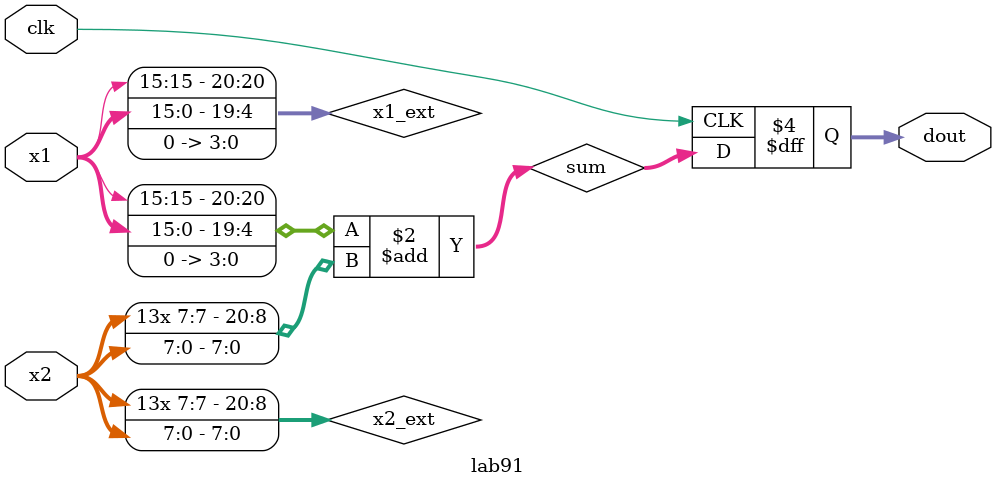
<source format=sv>
module lab91 (
    input logic clk,
    input logic [15:0] x1,  // (1,16,8)
    input logic [7:0] x2,   // (1,8,12)
    output logic [20:0] dout // (1,21,12)
);

    logic [20:0] x1_ext, x2_ext;
    logic [20:0] sum;

    always_comb begin
        // Преобразование x1 к формату с 12 дробными битами
        // Сдвиг влево на 4 бита = умножение на 16
        x1_ext = { {5{x1[15]}}, x1, 4'b0 }; // Знаковое расширение + сдвиг
        
        // Преобразование x2 к 21-битному формату
        x2_ext = { {13{x2[7]}}, x2 };
        
        // Сложение
        sum = x1_ext + x2_ext;
    end

    always_ff @(posedge clk) begin
        dout <= sum;
    end

endmodule
</source>
